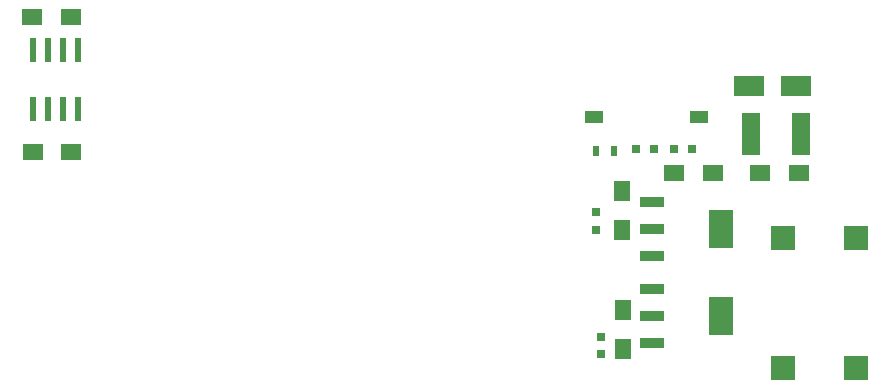
<source format=gbr>
%TF.GenerationSoftware,Altium Limited,Altium Designer,22.10.1 (41)*%
G04 Layer_Color=128*
%FSLAX25Y25*%
%MOIN*%
%TF.SameCoordinates,BEAA4B2D-68BC-4382-99D5-5DCEA874A810*%
%TF.FilePolarity,Positive*%
%TF.FileFunction,Paste,Bot*%
%TF.Part,Single*%
G01*
G75*
%TA.AperFunction,SMDPad,CuDef*%
%ADD13R,0.03150X0.03150*%
%ADD21R,0.03150X0.03150*%
%ADD22R,0.02165X0.03543*%
%ADD47R,0.07874X0.07874*%
%ADD48R,0.05906X0.04331*%
%ADD49R,0.06000X0.14000*%
%ADD50R,0.07150X0.05350*%
G04:AMPARAMS|DCode=51|XSize=77.56mil|YSize=23.23mil|CornerRadius=2.9mil|HoleSize=0mil|Usage=FLASHONLY|Rotation=90.000|XOffset=0mil|YOffset=0mil|HoleType=Round|Shape=RoundedRectangle|*
%AMROUNDEDRECTD51*
21,1,0.07756,0.01742,0,0,90.0*
21,1,0.07175,0.02323,0,0,90.0*
1,1,0.00581,0.00871,0.03588*
1,1,0.00581,0.00871,-0.03588*
1,1,0.00581,-0.00871,-0.03588*
1,1,0.00581,-0.00871,0.03588*
%
%ADD51ROUNDEDRECTD51*%
%ADD52R,0.09843X0.06693*%
%ADD53R,0.08465X0.12795*%
%ADD54R,0.08465X0.03543*%
%ADD55R,0.05350X0.07150*%
D13*
X217349Y208253D02*
D03*
Y202347D02*
D03*
X215700Y243747D02*
D03*
Y249653D02*
D03*
D21*
X241747Y270711D02*
D03*
X247653D02*
D03*
X234826D02*
D03*
X228920D02*
D03*
D22*
X215791Y270255D02*
D03*
X221500D02*
D03*
D47*
X302217Y241154D02*
D03*
Y197846D02*
D03*
X278004Y241154D02*
D03*
Y197846D02*
D03*
D48*
X214822Y281442D02*
D03*
X249861D02*
D03*
D49*
X283841Y275854D02*
D03*
X267300D02*
D03*
D50*
X27827Y269717D02*
D03*
X40727D02*
D03*
X283200Y262673D02*
D03*
X270300D02*
D03*
X27800Y314900D02*
D03*
X40700D02*
D03*
X241800Y262753D02*
D03*
X254700D02*
D03*
D51*
X43000Y303744D02*
D03*
X38000D02*
D03*
X33000D02*
D03*
X28000D02*
D03*
Y284256D02*
D03*
X33000D02*
D03*
X38000D02*
D03*
X43000D02*
D03*
D52*
X282374Y291854D02*
D03*
X266626D02*
D03*
D53*
X257255Y215000D02*
D03*
Y244000D02*
D03*
D54*
X234184Y224016D02*
D03*
Y215000D02*
D03*
Y205984D02*
D03*
Y234984D02*
D03*
Y244000D02*
D03*
Y253016D02*
D03*
D55*
X224408Y243800D02*
D03*
Y256700D02*
D03*
X224488Y204300D02*
D03*
Y217200D02*
D03*
%TF.MD5,96d371046310dea5d6297e42b820ac73*%
M02*

</source>
